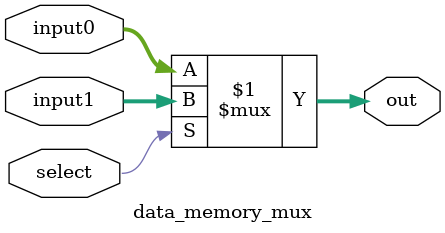
<source format=v>
module data_memory_mux (
    input [63:0] input0,  
    input [63:0] input1,  
    input select,         
    output [63:0] out     
);

    assign out = (select) ? input1 : input0; 

endmodule

</source>
